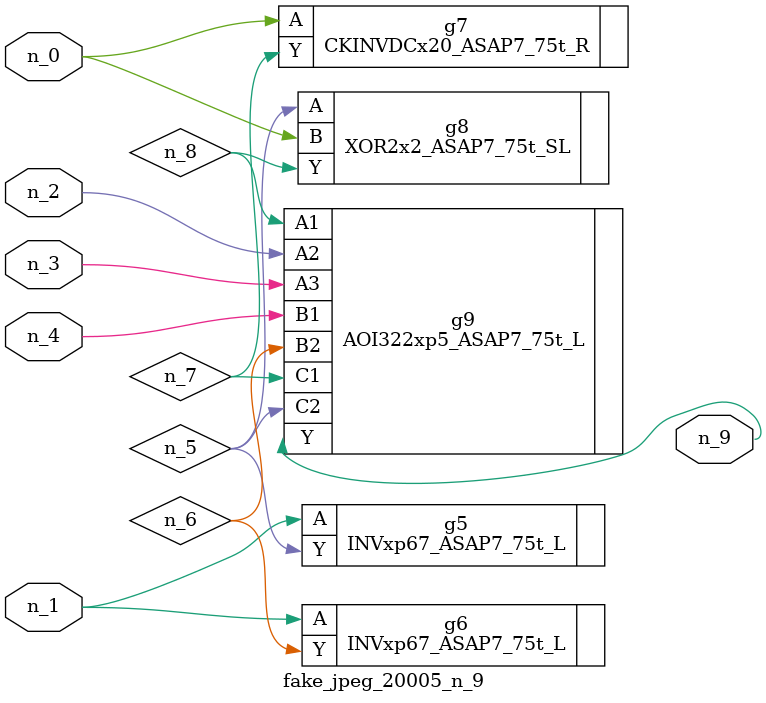
<source format=v>
module fake_jpeg_20005_n_9 (n_3, n_2, n_1, n_0, n_4, n_9);

input n_3;
input n_2;
input n_1;
input n_0;
input n_4;

output n_9;

wire n_8;
wire n_6;
wire n_5;
wire n_7;

INVxp67_ASAP7_75t_L g5 ( 
.A(n_1),
.Y(n_5)
);

INVxp67_ASAP7_75t_L g6 ( 
.A(n_1),
.Y(n_6)
);

CKINVDCx20_ASAP7_75t_R g7 ( 
.A(n_0),
.Y(n_7)
);

XOR2x2_ASAP7_75t_SL g8 ( 
.A(n_5),
.B(n_0),
.Y(n_8)
);

AOI322xp5_ASAP7_75t_L g9 ( 
.A1(n_8),
.A2(n_2),
.A3(n_3),
.B1(n_4),
.B2(n_6),
.C1(n_7),
.C2(n_5),
.Y(n_9)
);


endmodule
</source>
